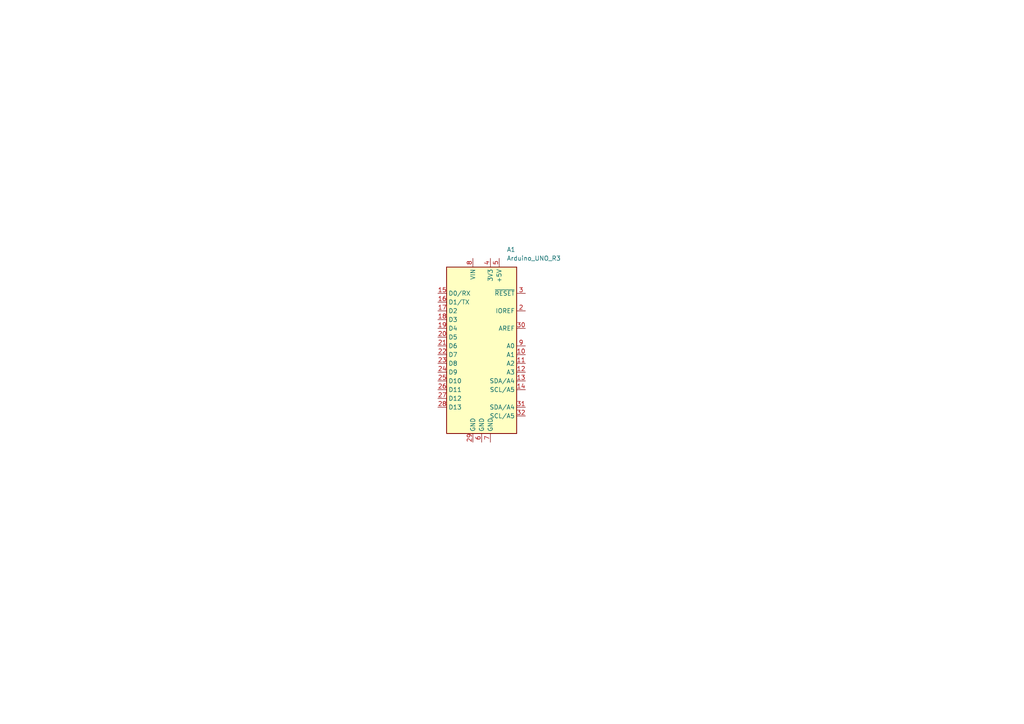
<source format=kicad_sch>
(kicad_sch (version 20231120) (generator "eeschema") (generator_version "8.0")
  (paper "A4")
  (lib_symbols
    (symbol "MCU_Module:Arduino_UNO_R3"
      (property "Reference" "A" (at -10.16 23.495 0))
      (property "Value" "Arduino_UNO_R3" (at 5.08 -26.67 0))
      (symbol "Arduino_UNO_R3_0_1"
        (rectangle (start -10.16 22.86) (end 10.16 -25.4) (stroke (width 0.254)) (fill (type background)))
      )
      (symbol "Arduino_UNO_R3_1_1"
        (pin no_connect line (at -10.16 -20.32 0) (length 2.54) hide (name "NC") (number "1"))
        (pin bidirectional line (at 12.7 -2.54 180) (length 2.54) (name "A1") (number "10"))
        (pin bidirectional line (at 12.7 -5.08 180) (length 2.54) (name "A2") (number "11"))
        (pin bidirectional line (at 12.7 -7.62 180) (length 2.54) (name "A3") (number "12"))
        (pin bidirectional line (at 12.7 -10.16 180) (length 2.54) (name "SDA/A4") (number "13"))
        (pin bidirectional line (at 12.7 -12.7 180) (length 2.54) (name "SCL/A5") (number "14"))
        (pin bidirectional line (at -12.7 15.24 0) (length 2.54) (name "D0/RX") (number "15"))
        (pin bidirectional line (at -12.7 12.7 0) (length 2.54) (name "D1/TX") (number "16"))
        (pin bidirectional line (at -12.7 10.16 0) (length 2.54) (name "D2") (number "17"))
        (pin bidirectional line (at -12.7 7.62 0) (length 2.54) (name "D3") (number "18"))
        (pin bidirectional line (at -12.7 5.08 0) (length 2.54) (name "D4") (number "19"))
        (pin output line (at 12.7 10.16 180) (length 2.54) (name "IOREF") (number "2"))
        (pin bidirectional line (at -12.7 2.54 0) (length 2.54) (name "D5") (number "20"))
        (pin bidirectional line (at -12.7 0 0) (length 2.54) (name "D6") (number "21"))
        (pin bidirectional line (at -12.7 -2.54 0) (length 2.54) (name "D7") (number "22"))
        (pin bidirectional line (at -12.7 -5.08 0) (length 2.54) (name "D8") (number "23"))
        (pin bidirectional line (at -12.7 -7.62 0) (length 2.54) (name "D9") (number "24"))
        (pin bidirectional line (at -12.7 -10.16 0) (length 2.54) (name "D10") (number "25"))
        (pin bidirectional line (at -12.7 -12.7 0) (length 2.54) (name "D11") (number "26"))
        (pin bidirectional line (at -12.7 -15.24 0) (length 2.54) (name "D12") (number "27"))
        (pin bidirectional line (at -12.7 -17.78 0) (length 2.54) (name "D13") (number "28"))
        (pin power_in line (at -2.54 -27.94 90) (length 2.54) (name "GND") (number "29"))
        (pin input line (at 12.7 15.24 180) (length 2.54) (name "~{RESET}") (number "3"))
        (pin input line (at 12.7 5.08 180) (length 2.54) (name "AREF") (number "30"))
        (pin bidirectional line (at 12.7 -17.78 180) (length 2.54) (name "SDA/A4") (number "31"))
        (pin bidirectional line (at 12.7 -20.32 180) (length 2.54) (name "SCL/A5") (number "32"))
        (pin power_out line (at 2.54 25.4 270) (length 2.54) (name "3V3") (number "4"))
        (pin power_out line (at 5.08 25.4 270) (length 2.54) (name "+5V") (number "5"))
        (pin power_in line (at 0 -27.94 90) (length 2.54) (name "GND") (number "6"))
        (pin power_in line (at 2.54 -27.94 90) (length 2.54) (name "GND") (number "7"))
        (pin power_in line (at -2.54 25.4 270) (length 2.54) (name "VIN") (number "8"))
        (pin bidirectional line (at 12.7 0 180) (length 2.54) (name "A0") (number "9"))
      )
    )
  )
  (symbol (lib_id "MCU_Module:Arduino_UNO_R3") (at 139.7 100.33 0) (unit 1)
    (property "Reference" "A1" (at 146.9741 72.39 0) (effects (justify left)))
    (property "Value" "Arduino_UNO_R3" (at 146.9741 74.93 0) (effects (justify left)))
    (property "Footprint" "Module:Arduino_UNO_R3" (effects (hide yes)))
    (property "Datasheet" "https://www.arduino.cc/en/Main/arduinoBoardUno" (effects (hide yes)))
    (property "Description" "Arduino UNO Microcontroller Module, release 3" (effects (hide yes)))
  )
)
</source>
